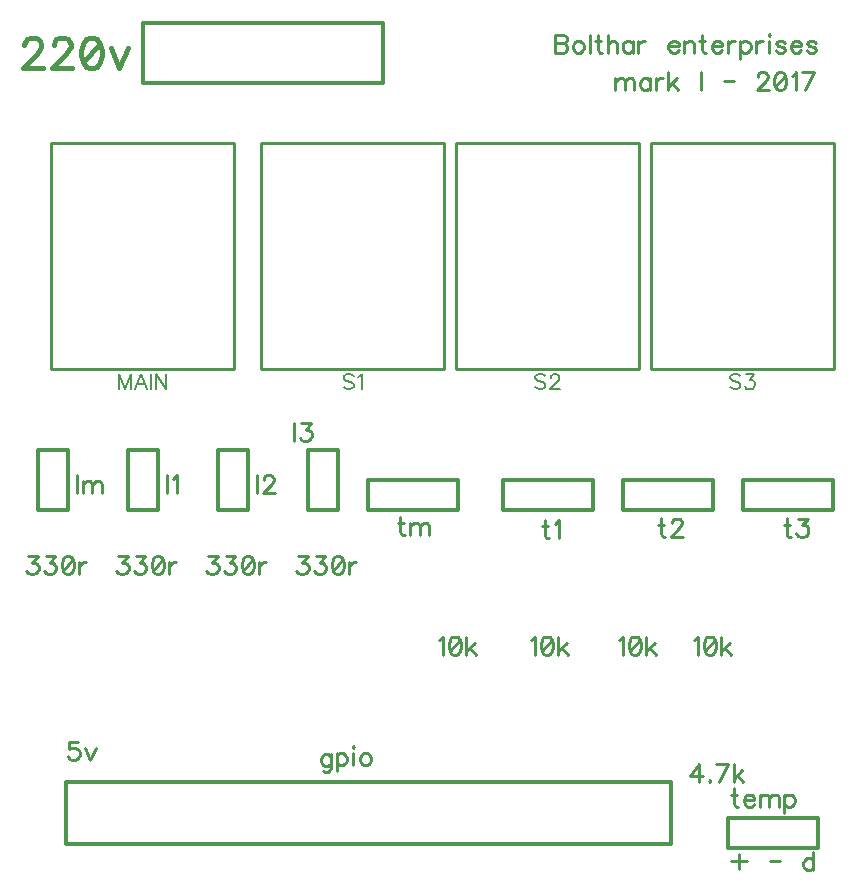
<source format=gto>
G04 DipTrace 3.1.0.1*
G04 Controller.GTO*
%MOMM*%
G04 #@! TF.FileFunction,Legend,Top*
G04 #@! TF.Part,Single*
%ADD10C,0.25*%
%ADD15C,0.3*%
%ADD30C,0.19608*%
%ADD31C,0.23529*%
%ADD32C,0.39216*%
%FSLAX35Y35*%
G04*
G71*
G90*
G75*
G01*
G04 TopSilk*
%LPD*%
X1428667Y5365667D2*
D10*
Y7275667D1*
X2978667D1*
Y5365667D1*
X1428667D1*
X3206667D2*
Y7275667D1*
X4756667D1*
Y5365667D1*
X3206667D1*
X4857667D2*
Y7275667D1*
X6407667D1*
Y5365667D1*
X4857667D1*
X6508667D2*
Y7275667D1*
X8058667D1*
Y5365667D1*
X6508667D1*
X2203667Y8299667D2*
D15*
X4235667D1*
Y7791667D1*
X2203667D1*
Y8299667D1*
X1552790Y1870293D2*
X6680417D1*
Y1346417D1*
X1552790D1*
Y1870293D1*
X4108667Y4426167D2*
X4870667D1*
Y4172167D1*
X4108667D1*
Y4426167D1*
X5251667D2*
X6013667D1*
Y4172167D1*
X5251667D1*
Y4426167D1*
X6267667D2*
X7029667D1*
Y4172167D1*
X6267667D1*
Y4426167D1*
X7283667D2*
X8045667D1*
Y4172167D1*
X7283667D1*
Y4426167D1*
X7156667Y1568667D2*
X7918667D1*
Y1314667D1*
X7156667D1*
Y1568667D1*
X1314667Y4680167D2*
X1568667D1*
Y4172167D1*
X1314667D1*
Y4680167D1*
X2076667D2*
X2330667D1*
Y4172167D1*
X2076667D1*
Y4680167D1*
X2838667D2*
X3092667D1*
Y4172167D1*
X2838667D1*
Y4680167D1*
X3600667D2*
X3854667D1*
Y4172167D1*
X3600667D1*
Y4680167D1*
X2102236Y5194982D2*
D30*
Y5322592D1*
X2053663Y5194982D1*
X2005090Y5322592D1*
Y5194982D1*
X2238739D2*
X2190025Y5322592D1*
X2141452Y5194982D1*
X2159702Y5237519D2*
X2220489D1*
X2277954Y5322592D2*
Y5194982D1*
X2402243Y5322592D2*
Y5194982D1*
X2317170Y5322592D1*
Y5194982D1*
X3989364Y5304342D2*
X3977291Y5316555D1*
X3959041Y5322592D1*
X3934754D1*
X3916504Y5316555D1*
X3904291Y5304342D1*
Y5292269D1*
X3910467Y5280055D1*
X3916504Y5274019D1*
X3928577Y5267982D1*
X3965077Y5255769D1*
X3977291Y5249732D1*
X3983327Y5243555D1*
X3989364Y5231482D1*
Y5213232D1*
X3977291Y5201159D1*
X3959041Y5194982D1*
X3934754D1*
X3916504Y5201159D1*
X3904291Y5213232D1*
X4028579Y5298165D2*
X4040793Y5304342D1*
X4059043Y5322451D1*
Y5194982D1*
X5613059Y5304342D2*
X5600986Y5316555D1*
X5582736Y5322592D1*
X5558449D1*
X5540199Y5316555D1*
X5527986Y5304342D1*
Y5292269D1*
X5534163Y5280055D1*
X5540199Y5274019D1*
X5552272Y5267982D1*
X5588772Y5255769D1*
X5600986Y5249732D1*
X5607022Y5243555D1*
X5613059Y5231482D1*
Y5213232D1*
X5600986Y5201159D1*
X5582736Y5194982D1*
X5558449D1*
X5540199Y5201159D1*
X5527986Y5213232D1*
X5658451Y5292128D2*
Y5298165D1*
X5664488Y5310378D1*
X5670525Y5316415D1*
X5682738Y5322451D1*
X5707025D1*
X5719098Y5316415D1*
X5725134Y5310378D1*
X5731311Y5298165D1*
Y5286092D1*
X5725134Y5273878D1*
X5713061Y5255769D1*
X5652275Y5194982D1*
X5737348D1*
X7264059Y5304342D2*
X7251986Y5316555D1*
X7233736Y5322592D1*
X7209449D1*
X7191199Y5316555D1*
X7178986Y5304342D1*
Y5292269D1*
X7185163Y5280055D1*
X7191199Y5274019D1*
X7203272Y5267982D1*
X7239772Y5255769D1*
X7251986Y5249732D1*
X7258022Y5243555D1*
X7264059Y5231482D1*
Y5213232D1*
X7251986Y5201159D1*
X7233736Y5194982D1*
X7209449D1*
X7191199Y5201159D1*
X7178986Y5213232D1*
X7315488Y5322451D2*
X7382171D1*
X7345811Y5273878D1*
X7364061D1*
X7376134Y5267842D1*
X7382171Y5261805D1*
X7388348Y5243555D1*
Y5231482D1*
X7382171Y5213232D1*
X7370098Y5201019D1*
X7351848Y5194982D1*
X7333598D1*
X7315488Y5201019D1*
X7309451Y5207195D1*
X7303275Y5219269D1*
X1648041Y4465613D2*
D31*
Y4312482D1*
X1695100Y4414569D2*
Y4312482D1*
Y4385426D2*
X1717000Y4407326D1*
X1731656Y4414569D1*
X1753388D1*
X1768044Y4407326D1*
X1775288Y4385426D1*
Y4312482D1*
Y4385426D2*
X1797188Y4407326D1*
X1811844Y4414569D1*
X1833576D1*
X1848232Y4407326D1*
X1855644Y4385426D1*
Y4312482D1*
X1234074Y3782825D2*
X1314093D1*
X1270462Y3724537D1*
X1292362D1*
X1306850Y3717293D1*
X1314093Y3710049D1*
X1321506Y3688149D1*
Y3673662D1*
X1314093Y3651762D1*
X1299606Y3637106D1*
X1277706Y3629862D1*
X1255806D1*
X1234074Y3637106D1*
X1226830Y3644518D1*
X1219418Y3659006D1*
X1383221Y3782825D2*
X1463240D1*
X1419608Y3724537D1*
X1441508D1*
X1455996Y3717293D1*
X1463240Y3710049D1*
X1470652Y3688149D1*
Y3673662D1*
X1463240Y3651762D1*
X1448752Y3637106D1*
X1426852Y3629862D1*
X1404952D1*
X1383221Y3637106D1*
X1375977Y3644518D1*
X1368565Y3659006D1*
X1561511Y3782825D2*
X1539611Y3775581D1*
X1524955Y3753681D1*
X1517711Y3717293D1*
Y3695393D1*
X1524955Y3659006D1*
X1539611Y3637106D1*
X1561511Y3629862D1*
X1575999D1*
X1597899Y3637106D1*
X1612386Y3659006D1*
X1619799Y3695393D1*
Y3717293D1*
X1612386Y3753681D1*
X1597899Y3775581D1*
X1575999Y3782825D1*
X1561511D1*
X1612386Y3753681D2*
X1524955Y3659006D1*
X1666858Y3731949D2*
Y3629862D1*
Y3688149D2*
X1674270Y3710049D1*
X1688758Y3724706D1*
X1703414Y3731949D1*
X1725314D1*
X2410041Y4465613D2*
Y4312482D1*
X2457100Y4436301D2*
X2471756Y4443713D1*
X2493656Y4465445D1*
Y4312482D1*
X3799223Y2105449D2*
Y1988705D1*
X3791979Y1966973D1*
X3784735Y1959561D1*
X3770079Y1952317D1*
X3748179D1*
X3733691Y1959561D1*
X3799223Y2083549D2*
X3784735Y2098037D1*
X3770079Y2105449D1*
X3748179D1*
X3733691Y2098037D1*
X3719035Y2083549D1*
X3711791Y2061649D1*
Y2046993D1*
X3719035Y2025261D1*
X3733691Y2010605D1*
X3748179Y2003361D1*
X3770079D1*
X3784735Y2010605D1*
X3799223Y2025261D1*
X3846282Y2112693D2*
Y1959561D1*
Y2090793D2*
X3860938Y2105280D1*
X3875426Y2112693D1*
X3897326D1*
X3911982Y2105280D1*
X3926469Y2090793D1*
X3933882Y2068893D1*
Y2054237D1*
X3926469Y2032505D1*
X3911982Y2017849D1*
X3897326Y2010605D1*
X3875426D1*
X3860938Y2017849D1*
X3846282Y2032505D1*
X3980941Y2163737D2*
X3988184Y2156493D1*
X3995597Y2163737D1*
X3988184Y2171149D1*
X3980941Y2163737D1*
X3988184Y2112693D2*
Y2010605D1*
X4079043Y2112693D2*
X4064556Y2105449D1*
X4049899Y2090793D1*
X4042656Y2068893D1*
Y2054405D1*
X4049899Y2032505D1*
X4064556Y2018017D1*
X4079043Y2010605D1*
X4100943D1*
X4115599Y2018017D1*
X4130087Y2032505D1*
X4137499Y2054405D1*
Y2068893D1*
X4130087Y2090793D1*
X4115599Y2105449D1*
X4100943Y2112693D1*
X4079043D1*
X3172041Y4465613D2*
Y4312482D1*
X3226513Y4429057D2*
Y4436301D1*
X3233756Y4450957D1*
X3241000Y4458201D1*
X3255656Y4465445D1*
X3284800D1*
X3299288Y4458201D1*
X3306532Y4450957D1*
X3313944Y4436301D1*
Y4421813D1*
X3306532Y4407157D1*
X3292044Y4385426D1*
X3219100Y4312482D1*
X3321188D1*
X3485431Y4910113D2*
Y4756982D1*
X3547146Y4909945D2*
X3627166D1*
X3583534Y4851657D1*
X3605434D1*
X3619922Y4844413D1*
X3627166Y4837169D1*
X3634578Y4815269D1*
Y4800782D1*
X3627166Y4778882D1*
X3612678Y4764226D1*
X3590778Y4756982D1*
X3568878D1*
X3547146Y4764226D1*
X3539903Y4771638D1*
X3532490Y4786126D1*
X1996074Y3782825D2*
X2076093D1*
X2032462Y3724537D1*
X2054362D1*
X2068850Y3717293D1*
X2076093Y3710049D1*
X2083506Y3688149D1*
Y3673662D1*
X2076093Y3651762D1*
X2061606Y3637106D1*
X2039706Y3629862D1*
X2017806D1*
X1996074Y3637106D1*
X1988830Y3644518D1*
X1981418Y3659006D1*
X2145221Y3782825D2*
X2225240D1*
X2181608Y3724537D1*
X2203508D1*
X2217996Y3717293D1*
X2225240Y3710049D1*
X2232652Y3688149D1*
Y3673662D1*
X2225240Y3651762D1*
X2210752Y3637106D1*
X2188852Y3629862D1*
X2166952D1*
X2145221Y3637106D1*
X2137977Y3644518D1*
X2130565Y3659006D1*
X2323511Y3782825D2*
X2301611Y3775581D1*
X2286955Y3753681D1*
X2279711Y3717293D1*
Y3695393D1*
X2286955Y3659006D1*
X2301611Y3637106D1*
X2323511Y3629862D1*
X2337999D1*
X2359899Y3637106D1*
X2374386Y3659006D1*
X2381799Y3695393D1*
Y3717293D1*
X2374386Y3753681D1*
X2359899Y3775581D1*
X2337999Y3782825D1*
X2323511D1*
X2374386Y3753681D2*
X2286955Y3659006D1*
X2428858Y3731949D2*
Y3629862D1*
Y3688149D2*
X2436270Y3710049D1*
X2450758Y3724706D1*
X2465414Y3731949D1*
X2487314D1*
X2758074Y3782825D2*
X2838093D1*
X2794462Y3724537D1*
X2816362D1*
X2830850Y3717293D1*
X2838093Y3710049D1*
X2845506Y3688149D1*
Y3673662D1*
X2838093Y3651762D1*
X2823606Y3637106D1*
X2801706Y3629862D1*
X2779806D1*
X2758074Y3637106D1*
X2750830Y3644518D1*
X2743418Y3659006D1*
X2907221Y3782825D2*
X2987240D1*
X2943608Y3724537D1*
X2965508D1*
X2979996Y3717293D1*
X2987240Y3710049D1*
X2994652Y3688149D1*
Y3673662D1*
X2987240Y3651762D1*
X2972752Y3637106D1*
X2950852Y3629862D1*
X2928952D1*
X2907221Y3637106D1*
X2899977Y3644518D1*
X2892565Y3659006D1*
X3085511Y3782825D2*
X3063611Y3775581D1*
X3048955Y3753681D1*
X3041711Y3717293D1*
Y3695393D1*
X3048955Y3659006D1*
X3063611Y3637106D1*
X3085511Y3629862D1*
X3099999D1*
X3121899Y3637106D1*
X3136386Y3659006D1*
X3143799Y3695393D1*
Y3717293D1*
X3136386Y3753681D1*
X3121899Y3775581D1*
X3099999Y3782825D1*
X3085511D1*
X3136386Y3753681D2*
X3048955Y3659006D1*
X3190858Y3731949D2*
Y3629862D1*
Y3688149D2*
X3198270Y3710049D1*
X3212758Y3724706D1*
X3227414Y3731949D1*
X3249314D1*
X3520074Y3782825D2*
X3600093D1*
X3556462Y3724537D1*
X3578362D1*
X3592850Y3717293D1*
X3600093Y3710049D1*
X3607506Y3688149D1*
Y3673662D1*
X3600093Y3651762D1*
X3585606Y3637106D1*
X3563706Y3629862D1*
X3541806D1*
X3520074Y3637106D1*
X3512830Y3644518D1*
X3505418Y3659006D1*
X3669221Y3782825D2*
X3749240D1*
X3705608Y3724537D1*
X3727508D1*
X3741996Y3717293D1*
X3749240Y3710049D1*
X3756652Y3688149D1*
Y3673662D1*
X3749240Y3651762D1*
X3734752Y3637106D1*
X3712852Y3629862D1*
X3690952D1*
X3669221Y3637106D1*
X3661977Y3644518D1*
X3654565Y3659006D1*
X3847511Y3782825D2*
X3825611Y3775581D1*
X3810955Y3753681D1*
X3803711Y3717293D1*
Y3695393D1*
X3810955Y3659006D1*
X3825611Y3637106D1*
X3847511Y3629862D1*
X3861999D1*
X3883899Y3637106D1*
X3898386Y3659006D1*
X3905799Y3695393D1*
Y3717293D1*
X3898386Y3753681D1*
X3883899Y3775581D1*
X3861999Y3782825D1*
X3847511D1*
X3898386Y3753681D2*
X3810955Y3659006D1*
X3952858Y3731949D2*
Y3629862D1*
Y3688149D2*
X3960270Y3710049D1*
X3974758Y3724706D1*
X3989414Y3731949D1*
X4011314D1*
X1200022Y8108696D2*
D32*
Y8120769D1*
X1212095Y8145196D1*
X1224168Y8157269D1*
X1248595Y8169342D1*
X1297168D1*
X1321314Y8157269D1*
X1333387Y8145196D1*
X1345741Y8120769D1*
Y8096623D1*
X1333387Y8072196D1*
X1309241Y8035977D1*
X1187668Y7914404D1*
X1357814D1*
X1448599Y8108696D2*
Y8120769D1*
X1460672Y8145196D1*
X1472745Y8157269D1*
X1497172Y8169342D1*
X1545745D1*
X1569892Y8157269D1*
X1581965Y8145196D1*
X1594318Y8120769D1*
Y8096623D1*
X1581965Y8072196D1*
X1557818Y8035977D1*
X1436245Y7914404D1*
X1606392D1*
X1757823Y8169342D2*
X1721323Y8157269D1*
X1696896Y8120769D1*
X1684823Y8060123D1*
Y8023623D1*
X1696896Y7962977D1*
X1721323Y7926477D1*
X1757823Y7914404D1*
X1781969D1*
X1818469Y7926477D1*
X1842615Y7962977D1*
X1854969Y8023623D1*
Y8060123D1*
X1842615Y8120769D1*
X1818469Y8157269D1*
X1781969Y8169342D1*
X1757823D1*
X1842615Y8120769D2*
X1696896Y7962977D1*
X1933400Y8084550D2*
X2006400Y7914404D1*
X2079120Y8084550D1*
X1656100Y2211195D2*
D31*
X1583324D1*
X1576080Y2145663D1*
X1583324Y2152907D1*
X1605224Y2160319D1*
X1626956D1*
X1648856Y2152907D1*
X1663512Y2138419D1*
X1670756Y2116519D1*
Y2102032D1*
X1663512Y2080132D1*
X1648856Y2065476D1*
X1626956Y2058232D1*
X1605224D1*
X1583324Y2065476D1*
X1576080Y2072888D1*
X1568668Y2087376D1*
X1717815Y2160319D2*
X1761615Y2058232D1*
X1805246Y2160319D1*
X4384568Y4116367D2*
Y3992379D1*
X4391812Y3970647D1*
X4406468Y3963235D1*
X4420956D1*
X4362668Y4065323D2*
X4413712D1*
X4468015D2*
Y3963235D1*
Y4036179D2*
X4489915Y4058079D1*
X4504571Y4065323D1*
X4526302D1*
X4540958Y4058079D1*
X4548202Y4036179D1*
Y3963235D1*
Y4036179D2*
X4570102Y4058079D1*
X4584758Y4065323D1*
X4606490D1*
X4621146Y4058079D1*
X4628558Y4036179D1*
Y3963235D1*
X5606941Y4084617D2*
Y3960629D1*
X5614185Y3938897D1*
X5628841Y3931485D1*
X5643329D1*
X5585041Y4033573D2*
X5636085D1*
X5690388Y4055304D2*
X5705044Y4062717D1*
X5726944Y4084448D1*
Y3931485D1*
X6591191Y4100490D2*
Y3976502D1*
X6598435Y3954771D1*
X6613091Y3947358D1*
X6627579D1*
X6569291Y4049446D2*
X6620335D1*
X6682050Y4063934D2*
Y4071178D1*
X6689294Y4085834D1*
X6696538Y4093078D1*
X6711194Y4100321D1*
X6740338D1*
X6754826Y4093078D1*
X6762069Y4085834D1*
X6769482Y4071178D1*
Y4056690D1*
X6762069Y4042034D1*
X6747582Y4020302D1*
X6674638Y3947358D1*
X6776726D1*
X7654818Y4100490D2*
Y3976502D1*
X7662062Y3954771D1*
X7676718Y3947358D1*
X7691206D1*
X7632918Y4049446D2*
X7683962D1*
X7752921Y4100321D2*
X7832940D1*
X7789308Y4042034D1*
X7811208D1*
X7825696Y4034790D1*
X7832940Y4027546D1*
X7840352Y4005646D1*
Y3991158D1*
X7832940Y3969258D1*
X7818452Y3954602D1*
X7796552Y3947358D1*
X7774652D1*
X7752921Y3954602D1*
X7745677Y3962015D1*
X7738265Y3976502D1*
X4711918Y3071054D2*
X4726574Y3078467D1*
X4748474Y3100198D1*
Y2947235D1*
X4839333Y3100198D2*
X4817433Y3092954D1*
X4802777Y3071054D1*
X4795533Y3034667D1*
Y3012767D1*
X4802777Y2976379D1*
X4817433Y2954479D1*
X4839333Y2947235D1*
X4853821D1*
X4875721Y2954479D1*
X4890208Y2976379D1*
X4897621Y3012767D1*
Y3034667D1*
X4890208Y3071054D1*
X4875721Y3092954D1*
X4853821Y3100198D1*
X4839333D1*
X4890208Y3071054D2*
X4802777Y2976379D1*
X4944680Y3100367D2*
Y2947235D1*
X5017623Y3049323D2*
X4944680Y2976379D1*
X4973823Y3005523D2*
X5024867Y2947235D1*
X5489791Y3071054D2*
X5504448Y3078467D1*
X5526348Y3100198D1*
Y2947235D1*
X5617206Y3100198D2*
X5595306Y3092954D1*
X5580650Y3071054D1*
X5573406Y3034667D1*
Y3012767D1*
X5580650Y2976379D1*
X5595306Y2954479D1*
X5617206Y2947235D1*
X5631694D1*
X5653594Y2954479D1*
X5668082Y2976379D1*
X5675494Y3012767D1*
Y3034667D1*
X5668082Y3071054D1*
X5653594Y3092954D1*
X5631694Y3100198D1*
X5617206D1*
X5668082Y3071054D2*
X5580650Y2976379D1*
X5722553Y3100367D2*
Y2947235D1*
X5795497Y3049323D2*
X5722553Y2976379D1*
X5751697Y3005523D2*
X5802741Y2947235D1*
X6235918Y3071054D2*
X6250574Y3078467D1*
X6272474Y3100198D1*
Y2947235D1*
X6363333Y3100198D2*
X6341433Y3092954D1*
X6326777Y3071054D1*
X6319533Y3034667D1*
Y3012767D1*
X6326777Y2976379D1*
X6341433Y2954479D1*
X6363333Y2947235D1*
X6377821D1*
X6399721Y2954479D1*
X6414208Y2976379D1*
X6421621Y3012767D1*
Y3034667D1*
X6414208Y3071054D1*
X6399721Y3092954D1*
X6377821Y3100198D1*
X6363333D1*
X6414208Y3071054D2*
X6326777Y2976379D1*
X6468680Y3100367D2*
Y2947235D1*
X6541623Y3049323D2*
X6468680Y2976379D1*
X6497823Y3005523D2*
X6548867Y2947235D1*
X6870918Y3071054D2*
X6885574Y3078467D1*
X6907474Y3100198D1*
Y2947235D1*
X6998333Y3100198D2*
X6976433Y3092954D1*
X6961777Y3071054D1*
X6954533Y3034667D1*
Y3012767D1*
X6961777Y2976379D1*
X6976433Y2954479D1*
X6998333Y2947235D1*
X7012821D1*
X7034721Y2954479D1*
X7049208Y2976379D1*
X7056621Y3012767D1*
Y3034667D1*
X7049208Y3071054D1*
X7034721Y3092954D1*
X7012821Y3100198D1*
X6998333D1*
X7049208Y3071054D2*
X6961777Y2976379D1*
X7103680Y3100367D2*
Y2947235D1*
X7176623Y3049323D2*
X7103680Y2976379D1*
X7132823Y3005523D2*
X7183867Y2947235D1*
X7210318Y1814490D2*
Y1690502D1*
X7217562Y1668771D1*
X7232218Y1661358D1*
X7246706D1*
X7188418Y1763446D2*
X7239462D1*
X7293765Y1719646D2*
X7381196D1*
Y1734302D1*
X7373952Y1748958D1*
X7366708Y1756202D1*
X7352052Y1763446D1*
X7330152D1*
X7315665Y1756202D1*
X7301008Y1741546D1*
X7293765Y1719646D1*
Y1705158D1*
X7301008Y1683258D1*
X7315665Y1668771D1*
X7330152Y1661358D1*
X7352052D1*
X7366708Y1668771D1*
X7381196Y1683258D1*
X7428255Y1763446D2*
Y1661358D1*
Y1734302D2*
X7450155Y1756202D1*
X7464811Y1763446D1*
X7486543D1*
X7501199Y1756202D1*
X7508443Y1734302D1*
Y1661358D1*
Y1734302D2*
X7530343Y1756202D1*
X7544999Y1763446D1*
X7566730D1*
X7581386Y1756202D1*
X7588799Y1734302D1*
Y1661358D1*
X7635858Y1763446D2*
Y1610315D1*
Y1741546D2*
X7650514Y1756034D1*
X7665001Y1763446D1*
X7686901D1*
X7701558Y1756034D1*
X7716045Y1741546D1*
X7723458Y1719646D1*
Y1704990D1*
X7716045Y1683258D1*
X7701558Y1668602D1*
X7686901Y1661358D1*
X7665001D1*
X7650514Y1668602D1*
X7635858Y1683258D1*
X7253950Y1263706D2*
Y1132474D1*
X7188418Y1198006D2*
X7319650D1*
X7514844Y1198090D2*
X7599075D1*
X7881701Y1274740D2*
Y1121608D1*
Y1201796D2*
X7867213Y1216452D1*
X7852557Y1223696D1*
X7830657D1*
X7816169Y1216452D1*
X7801513Y1201796D1*
X7794269Y1179896D1*
Y1165408D1*
X7801513Y1143508D1*
X7816169Y1129021D1*
X7830657Y1121608D1*
X7852557D1*
X7867213Y1129021D1*
X7881701Y1143508D1*
X6912112Y1867735D2*
Y2020698D1*
X6839168Y1918779D1*
X6948500D1*
X7002802Y1882391D2*
X6995558Y1874979D1*
X7002802Y1867735D1*
X7010215Y1874979D1*
X7002802Y1882391D1*
X7086417Y1867735D2*
X7159361Y2020698D1*
X7057273D1*
X7206420Y2020867D2*
Y1867735D1*
X7279364Y1969823D2*
X7206420Y1896879D1*
X7235564Y1926023D2*
X7286608Y1867735D1*
X5696167Y8196241D2*
Y8043110D1*
X5761867D1*
X5783767Y8050522D1*
X5791011Y8057766D1*
X5798254Y8072254D1*
Y8094154D1*
X5791011Y8108810D1*
X5783767Y8116054D1*
X5761867Y8123297D1*
X5783767Y8130710D1*
X5791011Y8137954D1*
X5798254Y8152441D1*
Y8167097D1*
X5791011Y8181585D1*
X5783767Y8188997D1*
X5761867Y8196241D1*
X5696167D1*
Y8123297D2*
X5761867D1*
X5881701Y8145197D2*
X5867213Y8137954D1*
X5852557Y8123297D1*
X5845313Y8101397D1*
Y8086910D1*
X5852557Y8065010D1*
X5867213Y8050522D1*
X5881701Y8043110D1*
X5903601D1*
X5918257Y8050522D1*
X5932745Y8065010D1*
X5940157Y8086910D1*
Y8101397D1*
X5932745Y8123297D1*
X5918257Y8137954D1*
X5903601Y8145197D1*
X5881701D1*
X5987216Y8196241D2*
Y8043110D1*
X6056175Y8196241D2*
Y8072254D1*
X6063419Y8050522D1*
X6078075Y8043110D1*
X6092562D1*
X6034275Y8145197D2*
X6085319D1*
X6139621Y8196241D2*
Y8043110D1*
Y8116054D2*
X6161521Y8137954D1*
X6176177Y8145197D1*
X6198077D1*
X6212565Y8137954D1*
X6219809Y8116054D1*
Y8043110D1*
X6354299Y8145197D2*
Y8043110D1*
Y8123297D2*
X6339812Y8137954D1*
X6325155Y8145197D1*
X6303424D1*
X6288768Y8137954D1*
X6274280Y8123297D1*
X6266868Y8101397D1*
Y8086910D1*
X6274280Y8065010D1*
X6288768Y8050522D1*
X6303424Y8043110D1*
X6325155D1*
X6339812Y8050522D1*
X6354299Y8065010D1*
X6401358Y8145197D2*
Y8043110D1*
Y8101397D2*
X6408770Y8123297D1*
X6423258Y8137954D1*
X6437914Y8145197D1*
X6459814D1*
X6655009Y8101397D2*
X6742440D1*
Y8116054D1*
X6735196Y8130710D1*
X6727953Y8137954D1*
X6713296Y8145197D1*
X6691396D1*
X6676909Y8137954D1*
X6662253Y8123297D1*
X6655009Y8101397D1*
Y8086910D1*
X6662253Y8065010D1*
X6676909Y8050522D1*
X6691396Y8043110D1*
X6713296D1*
X6727953Y8050522D1*
X6742440Y8065010D1*
X6789499Y8145197D2*
Y8043110D1*
Y8116054D2*
X6811399Y8137954D1*
X6826055Y8145197D1*
X6847787D1*
X6862443Y8137954D1*
X6869687Y8116054D1*
Y8043110D1*
X6938646Y8196241D2*
Y8072254D1*
X6945890Y8050522D1*
X6960546Y8043110D1*
X6975033D1*
X6916746Y8145197D2*
X6967790D1*
X7022092Y8101397D2*
X7109524D1*
Y8116054D1*
X7102280Y8130710D1*
X7095036Y8137954D1*
X7080380Y8145197D1*
X7058480D1*
X7043992Y8137954D1*
X7029336Y8123297D1*
X7022092Y8101397D1*
Y8086910D1*
X7029336Y8065010D1*
X7043992Y8050522D1*
X7058480Y8043110D1*
X7080380D1*
X7095036Y8050522D1*
X7109524Y8065010D1*
X7156583Y8145197D2*
Y8043110D1*
Y8101397D2*
X7163995Y8123297D1*
X7178483Y8137954D1*
X7193139Y8145197D1*
X7215039D1*
X7262098D2*
Y7992066D1*
Y8123297D2*
X7276754Y8137785D1*
X7291241Y8145197D1*
X7313141D1*
X7327798Y8137785D1*
X7342285Y8123297D1*
X7349698Y8101397D1*
Y8086741D1*
X7342285Y8065010D1*
X7327798Y8050354D1*
X7313141Y8043110D1*
X7291241D1*
X7276754Y8050354D1*
X7262098Y8065010D1*
X7396756Y8145197D2*
Y8043110D1*
Y8101397D2*
X7404169Y8123297D1*
X7418656Y8137954D1*
X7433313Y8145197D1*
X7455213D1*
X7502271Y8196241D2*
X7509515Y8188997D1*
X7516927Y8196241D1*
X7509515Y8203654D1*
X7502271Y8196241D1*
X7509515Y8145197D2*
Y8043110D1*
X7644174Y8123297D2*
X7636930Y8137954D1*
X7615030Y8145197D1*
X7593130D1*
X7571230Y8137954D1*
X7563986Y8123297D1*
X7571230Y8108810D1*
X7585886Y8101397D1*
X7622274Y8094154D1*
X7636930Y8086910D1*
X7644174Y8072254D1*
Y8065010D1*
X7636930Y8050522D1*
X7615030Y8043110D1*
X7593130D1*
X7571230Y8050522D1*
X7563986Y8065010D1*
X7691233Y8101397D2*
X7778664D1*
Y8116054D1*
X7771421Y8130710D1*
X7764177Y8137954D1*
X7749521Y8145197D1*
X7727621D1*
X7713133Y8137954D1*
X7698477Y8123297D1*
X7691233Y8101397D1*
Y8086910D1*
X7698477Y8065010D1*
X7713133Y8050522D1*
X7727621Y8043110D1*
X7749521D1*
X7764177Y8050522D1*
X7778664Y8065010D1*
X7905911Y8123297D2*
X7898667Y8137954D1*
X7876767Y8145197D1*
X7854867D1*
X7832967Y8137954D1*
X7825723Y8123297D1*
X7832967Y8108810D1*
X7847623Y8101397D1*
X7884011Y8094154D1*
X7898667Y8086910D1*
X7905911Y8072254D1*
Y8065010D1*
X7898667Y8050522D1*
X7876767Y8043110D1*
X7854867D1*
X7832967Y8050522D1*
X7825723Y8065010D1*
X6204167Y7827697D2*
Y7725610D1*
Y7798554D2*
X6226067Y7820454D1*
X6240723Y7827697D1*
X6262454D1*
X6277111Y7820454D1*
X6284354Y7798554D1*
Y7725610D1*
Y7798554D2*
X6306254Y7820454D1*
X6320911Y7827697D1*
X6342642D1*
X6357298Y7820454D1*
X6364711Y7798554D1*
Y7725610D1*
X6499201Y7827697D2*
Y7725610D1*
Y7805797D2*
X6484713Y7820454D1*
X6470057Y7827697D1*
X6448325D1*
X6433669Y7820454D1*
X6419182Y7805797D1*
X6411769Y7783897D1*
Y7769410D1*
X6419182Y7747510D1*
X6433669Y7733022D1*
X6448325Y7725610D1*
X6470057D1*
X6484713Y7733022D1*
X6499201Y7747510D1*
X6546260Y7827697D2*
Y7725610D1*
Y7783897D2*
X6553672Y7805797D1*
X6568160Y7820454D1*
X6582816Y7827697D1*
X6604716D1*
X6651775Y7878741D2*
Y7725610D1*
X6724719Y7827697D2*
X6651775Y7754754D1*
X6680919Y7783897D2*
X6731962Y7725610D1*
X6927157Y7878741D2*
Y7725610D1*
X7122352Y7802091D2*
X7206582D1*
X7409189Y7842185D2*
Y7849429D1*
X7416433Y7864085D1*
X7423677Y7871329D1*
X7438333Y7878573D1*
X7467477D1*
X7481965Y7871329D1*
X7489208Y7864085D1*
X7496621Y7849429D1*
Y7834941D1*
X7489208Y7820285D1*
X7474721Y7798554D1*
X7401777Y7725610D1*
X7503865D1*
X7594723Y7878573D2*
X7572823Y7871329D1*
X7558167Y7849429D1*
X7550923Y7813041D1*
Y7791141D1*
X7558167Y7754754D1*
X7572823Y7732854D1*
X7594723Y7725610D1*
X7609211D1*
X7631111Y7732854D1*
X7645599Y7754754D1*
X7653011Y7791141D1*
Y7813041D1*
X7645599Y7849429D1*
X7631111Y7871329D1*
X7609211Y7878573D1*
X7594723D1*
X7645599Y7849429D2*
X7558167Y7754754D1*
X7700070Y7849429D2*
X7714726Y7856841D1*
X7736626Y7878573D1*
Y7725610D1*
X7812829D2*
X7885773Y7878573D1*
X7783685D1*
M02*

</source>
